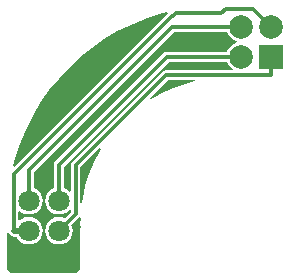
<source format=gbl>
G04*
G04 #@! TF.GenerationSoftware,Altium Limited,Altium Designer,18.1.7 (191)*
G04*
G04 Layer_Physical_Order=2*
G04 Layer_Color=16711680*
%FSLAX44Y44*%
%MOMM*%
G71*
G01*
G75*
%ADD18C,0.3000*%
%ADD19C,0.5000*%
%ADD20C,2.0000*%
%ADD21R,2.0000X2.0000*%
%ADD22C,1.8000*%
G36*
X198345Y166311D02*
X192317Y164974D01*
X182069Y161743D01*
X172141Y157631D01*
X162609Y152669D01*
X161072Y151690D01*
X160277Y152680D01*
X175178Y167581D01*
X198206D01*
X198345Y166311D01*
D02*
G37*
G36*
X175162Y223988D02*
X45352Y94178D01*
X44249Y94806D01*
X45977Y101576D01*
X50030Y113753D01*
X54941Y125610D01*
X60685Y137086D01*
X67234Y148123D01*
X74553Y158665D01*
X82606Y168658D01*
X91351Y178051D01*
X100744Y186796D01*
X110737Y194849D01*
X121279Y202168D01*
X132316Y208717D01*
X143792Y214462D01*
X155649Y219373D01*
X167826Y223426D01*
X174510Y225132D01*
X175162Y223988D01*
D02*
G37*
G36*
X226346Y180976D02*
X228356Y178356D01*
X230008Y177089D01*
X229577Y175819D01*
X173472D01*
X171895Y175506D01*
X170559Y174613D01*
X94087Y98141D01*
X93194Y96805D01*
X92881Y95228D01*
Y73325D01*
X91678Y72916D01*
X91130Y73630D01*
X88720Y75480D01*
X87019Y76185D01*
Y94194D01*
X176006Y183181D01*
X225433D01*
X226346Y180976D01*
D02*
G37*
G36*
X118503Y109121D02*
X117524Y107584D01*
X112562Y98052D01*
X108450Y88124D01*
X105219Y77876D01*
X102893Y67385D01*
X102389Y63559D01*
X101119Y63643D01*
Y93522D01*
X117513Y109916D01*
X118503Y109121D01*
D02*
G37*
G36*
X226346Y206376D02*
X228356Y203756D01*
X230976Y201746D01*
X233533Y200687D01*
Y199313D01*
X230976Y198254D01*
X228356Y196244D01*
X226346Y193624D01*
X225433Y191419D01*
X174300D01*
X172724Y191106D01*
X171387Y190213D01*
X79987Y98813D01*
X79094Y97476D01*
X78781Y95900D01*
Y76185D01*
X77080Y75480D01*
X74670Y73630D01*
X72820Y71220D01*
X71657Y68412D01*
X71260Y65400D01*
X71657Y62387D01*
X72820Y59580D01*
X74670Y57170D01*
X77080Y55320D01*
X79887Y54157D01*
X82900Y53760D01*
X85913Y54157D01*
X88720Y55320D01*
X91130Y57170D01*
X91678Y57884D01*
X92881Y57475D01*
Y55806D01*
X87613Y50539D01*
X85913Y51243D01*
X82900Y51639D01*
X79887Y51243D01*
X77080Y50080D01*
X74670Y48230D01*
X72820Y45820D01*
X71657Y43012D01*
X71260Y40000D01*
X71657Y36988D01*
X72820Y34180D01*
X74670Y31770D01*
X77080Y29920D01*
X79887Y28757D01*
X82900Y28360D01*
X85913Y28757D01*
X88720Y29920D01*
X91130Y31770D01*
X92980Y34180D01*
X94143Y36988D01*
X94540Y40000D01*
X94143Y43012D01*
X93439Y44713D01*
X99913Y51187D01*
X99981Y51290D01*
X101235Y50880D01*
X101021Y45996D01*
X101164Y42742D01*
X101115Y42500D01*
Y11045D01*
X101115Y10000D01*
X101126Y9796D01*
X101005Y8594D01*
X100753Y7324D01*
X99520Y5480D01*
X97676Y4247D01*
X95852Y3885D01*
X45000D01*
X44833Y3851D01*
X42634Y4289D01*
X40629Y5629D01*
X39289Y7634D01*
X38851Y9833D01*
X38885Y10000D01*
Y38400D01*
X40155Y38525D01*
X40252Y38033D01*
X41366Y36366D01*
X43033Y35252D01*
X45000Y34861D01*
X47138D01*
X47420Y34180D01*
X49270Y31770D01*
X51680Y29920D01*
X54488Y28757D01*
X57500Y28360D01*
X60513Y28757D01*
X63320Y29920D01*
X65730Y31770D01*
X67580Y34180D01*
X68743Y36988D01*
X69140Y40000D01*
X68743Y43012D01*
X67580Y45820D01*
X65730Y48230D01*
X63320Y50080D01*
X60513Y51243D01*
X57500Y51639D01*
X54488Y51243D01*
X51680Y50080D01*
X49849Y48675D01*
X48579Y49301D01*
Y56099D01*
X49849Y56725D01*
X51680Y55320D01*
X54488Y54157D01*
X57500Y53760D01*
X60513Y54157D01*
X63320Y55320D01*
X65730Y57170D01*
X67580Y59580D01*
X68743Y62387D01*
X69140Y65400D01*
X68743Y68412D01*
X67580Y71220D01*
X65730Y73630D01*
X63320Y75480D01*
X61619Y76185D01*
Y89794D01*
X180406Y208581D01*
X225433D01*
X226346Y206376D01*
D02*
G37*
D18*
X247400Y228000D02*
X262700Y212700D01*
X224000Y228000D02*
X247400D01*
X220000Y224000D02*
X224000Y228000D01*
X181945Y224000D02*
X220000D01*
X179450Y221506D02*
X181945Y224000D01*
X178506Y221506D02*
X179450D01*
X45007Y88007D02*
X178506Y221506D01*
X45007Y84007D02*
Y88007D01*
X44460Y83460D02*
X45007Y84007D01*
X44460Y40540D02*
Y83460D01*
Y40540D02*
X45000Y40000D01*
X178700Y212700D02*
X237300D01*
X57500Y91500D02*
X178700Y212700D01*
X57500Y65400D02*
Y91500D01*
X82900Y40000D02*
X97000Y54100D01*
Y95228D01*
X173472Y171700D01*
X262700D01*
Y187300D01*
X82900Y65400D02*
Y95900D01*
X174300Y187300D01*
X237300D01*
D19*
X45000Y40000D02*
X57500D01*
D20*
X237300Y187300D02*
D03*
Y212700D02*
D03*
X262700D02*
D03*
D21*
Y187300D02*
D03*
D22*
X82900Y65400D02*
D03*
Y40000D02*
D03*
X57500Y65400D02*
D03*
Y40000D02*
D03*
M02*

</source>
